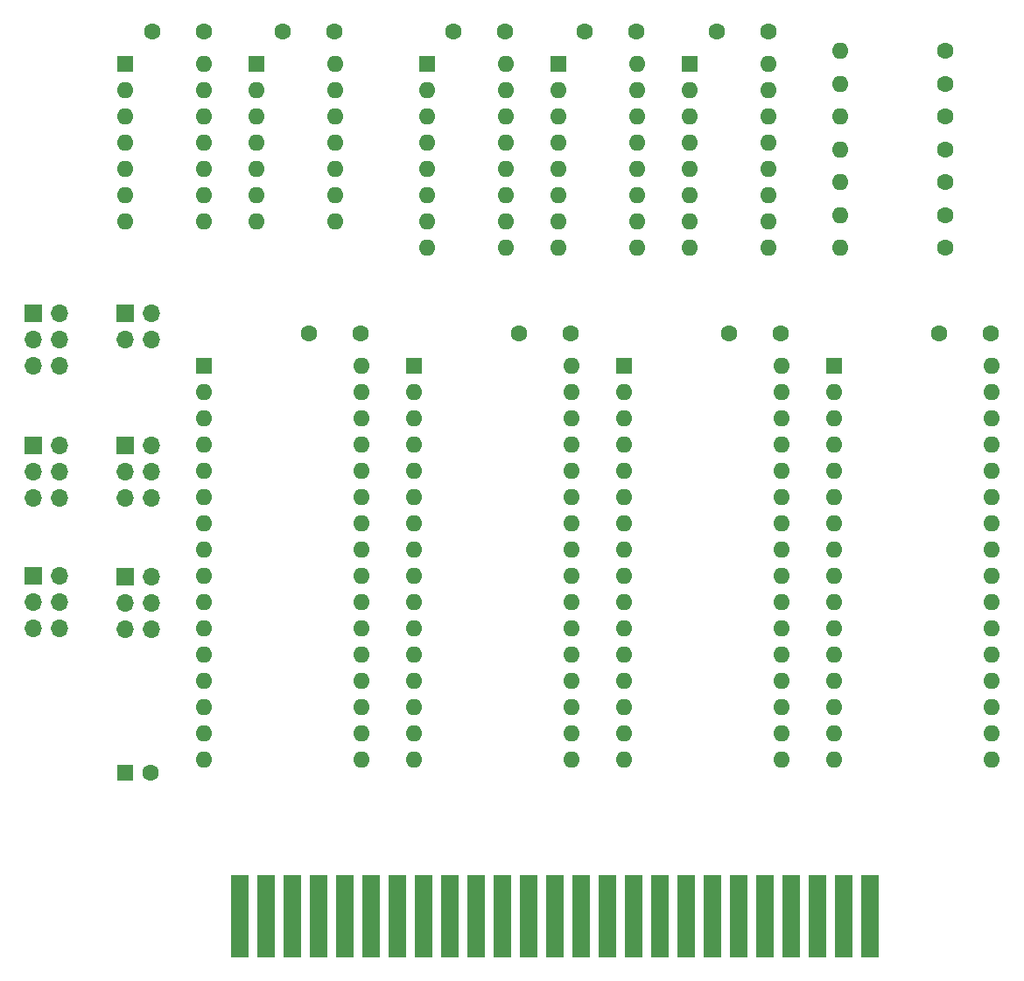
<source format=gbr>
%TF.GenerationSoftware,KiCad,Pcbnew,(7.0.0)*%
%TF.CreationDate,2023-04-19T13:17:30+09:00*%
%TF.ProjectId,project4,70726f6a-6563-4743-942e-6b696361645f,1.5*%
%TF.SameCoordinates,Original*%
%TF.FileFunction,Soldermask,Bot*%
%TF.FilePolarity,Negative*%
%FSLAX46Y46*%
G04 Gerber Fmt 4.6, Leading zero omitted, Abs format (unit mm)*
G04 Created by KiCad (PCBNEW (7.0.0)) date 2023-04-19 13:17:30*
%MOMM*%
%LPD*%
G01*
G04 APERTURE LIST*
%ADD10R,1.600000X1.600000*%
%ADD11O,1.600000X1.600000*%
%ADD12R,1.700000X1.700000*%
%ADD13O,1.700000X1.700000*%
%ADD14C,1.600000*%
%ADD15R,1.700000X8.000000*%
G04 APERTURE END LIST*
D10*
%TO.C,U1*%
X110489999Y-92709999D03*
D11*
X110489999Y-95249999D03*
X110489999Y-97789999D03*
X110489999Y-100329999D03*
X110489999Y-102869999D03*
X110489999Y-105409999D03*
X110489999Y-107949999D03*
X110489999Y-110489999D03*
X110489999Y-113029999D03*
X110489999Y-115569999D03*
X110489999Y-118109999D03*
X110489999Y-120649999D03*
X110489999Y-123189999D03*
X110489999Y-125729999D03*
X110489999Y-128269999D03*
X110489999Y-130809999D03*
X125729999Y-130809999D03*
X125729999Y-128269999D03*
X125729999Y-125729999D03*
X125729999Y-123189999D03*
X125729999Y-120649999D03*
X125729999Y-118109999D03*
X125729999Y-115569999D03*
X125729999Y-113029999D03*
X125729999Y-110489999D03*
X125729999Y-107949999D03*
X125729999Y-105409999D03*
X125729999Y-102869999D03*
X125729999Y-100329999D03*
X125729999Y-97789999D03*
X125729999Y-95249999D03*
X125729999Y-92709999D03*
%TD*%
D12*
%TO.C,J2*%
X93974999Y-100344999D03*
D13*
X96514999Y-100344999D03*
X93974999Y-102884999D03*
X96514999Y-102884999D03*
X93974999Y-105424999D03*
X96514999Y-105424999D03*
%TD*%
D14*
%TO.C,R5*%
X182245000Y-62230000D03*
D11*
X172084999Y-62229999D03*
%TD*%
D14*
%TO.C,R6*%
X182245000Y-74930000D03*
D11*
X172084999Y-74929999D03*
%TD*%
D14*
%TO.C,C4*%
X186610000Y-89535000D03*
X181610000Y-89535000D03*
%TD*%
D10*
%TO.C,U5*%
X132069999Y-63499999D03*
D11*
X132069999Y-66039999D03*
X132069999Y-68579999D03*
X132069999Y-71119999D03*
X132069999Y-73659999D03*
X132069999Y-76199999D03*
X132069999Y-78739999D03*
X132069999Y-81279999D03*
X139689999Y-81279999D03*
X139689999Y-78739999D03*
X139689999Y-76199999D03*
X139689999Y-73659999D03*
X139689999Y-71119999D03*
X139689999Y-68579999D03*
X139689999Y-66039999D03*
X139689999Y-63499999D03*
%TD*%
D14*
%TO.C,R1*%
X182245000Y-68580000D03*
D11*
X172084999Y-68579999D03*
%TD*%
D10*
%TO.C,U9*%
X157479999Y-63499999D03*
D11*
X157479999Y-66039999D03*
X157479999Y-68579999D03*
X157479999Y-71119999D03*
X157479999Y-73659999D03*
X157479999Y-76199999D03*
X157479999Y-78739999D03*
X157479999Y-81279999D03*
X165099999Y-81279999D03*
X165099999Y-78739999D03*
X165099999Y-76199999D03*
X165099999Y-73659999D03*
X165099999Y-71119999D03*
X165099999Y-68579999D03*
X165099999Y-66039999D03*
X165099999Y-63499999D03*
%TD*%
D14*
%TO.C,R7*%
X182245000Y-71755000D03*
D11*
X172084999Y-71754999D03*
%TD*%
D12*
%TO.C,J1*%
X93974999Y-87624999D03*
D13*
X96514999Y-87624999D03*
X93974999Y-90164999D03*
X96514999Y-90164999D03*
X93974999Y-92704999D03*
X96514999Y-92704999D03*
%TD*%
D12*
%TO.C,J5*%
X102864999Y-113044999D03*
D13*
X105404999Y-113044999D03*
X102864999Y-115584999D03*
X105404999Y-115584999D03*
X102864999Y-118124999D03*
X105404999Y-118124999D03*
%TD*%
D12*
%TO.C,J6*%
X102864999Y-87624999D03*
D13*
X105404999Y-87624999D03*
X102864999Y-90164999D03*
X105404999Y-90164999D03*
%TD*%
D14*
%TO.C,C8*%
X152360000Y-60325000D03*
X147360000Y-60325000D03*
%TD*%
%TO.C,C2*%
X145970000Y-89535000D03*
X140970000Y-89535000D03*
%TD*%
%TO.C,R3*%
X182245000Y-65405000D03*
D11*
X172084999Y-65404999D03*
%TD*%
D15*
%TO.C,CE1*%
X174909839Y-145940788D03*
X172369839Y-145940788D03*
X169829839Y-145940788D03*
X167289839Y-145940788D03*
X164749839Y-145940788D03*
X162209839Y-145940788D03*
X159669839Y-145940788D03*
X157129839Y-145940788D03*
X154589839Y-145940788D03*
X152049839Y-145940788D03*
X149509839Y-145940788D03*
X146969839Y-145940788D03*
X144429839Y-145940788D03*
X141889839Y-145940788D03*
X139349839Y-145940788D03*
X136809839Y-145940788D03*
X134269839Y-145940788D03*
X131729839Y-145940788D03*
X129189839Y-145940788D03*
X126649839Y-145940788D03*
X124109839Y-145940788D03*
X121569839Y-145940788D03*
X119029839Y-145940788D03*
X116489839Y-145940788D03*
X113949839Y-145940788D03*
%TD*%
D14*
%TO.C,C6*%
X110490000Y-60325000D03*
X105490000Y-60325000D03*
%TD*%
D10*
%TO.C,U7*%
X115579999Y-63494999D03*
D11*
X115579999Y-66034999D03*
X115579999Y-68574999D03*
X115579999Y-71114999D03*
X115579999Y-73654999D03*
X115579999Y-76194999D03*
X115579999Y-78734999D03*
X123199999Y-78734999D03*
X123199999Y-76194999D03*
X123199999Y-73654999D03*
X123199999Y-71114999D03*
X123199999Y-68574999D03*
X123199999Y-66034999D03*
X123199999Y-63494999D03*
%TD*%
D14*
%TO.C,C3*%
X166290000Y-89535000D03*
X161290000Y-89535000D03*
%TD*%
D10*
%TO.C,U2*%
X130809999Y-92709999D03*
D11*
X130809999Y-95249999D03*
X130809999Y-97789999D03*
X130809999Y-100329999D03*
X130809999Y-102869999D03*
X130809999Y-105409999D03*
X130809999Y-107949999D03*
X130809999Y-110489999D03*
X130809999Y-113029999D03*
X130809999Y-115569999D03*
X130809999Y-118109999D03*
X130809999Y-120649999D03*
X130809999Y-123189999D03*
X130809999Y-125729999D03*
X130809999Y-128269999D03*
X130809999Y-130809999D03*
X146049999Y-130809999D03*
X146049999Y-128269999D03*
X146049999Y-125729999D03*
X146049999Y-123189999D03*
X146049999Y-120649999D03*
X146049999Y-118109999D03*
X146049999Y-115569999D03*
X146049999Y-113029999D03*
X146049999Y-110489999D03*
X146049999Y-107949999D03*
X146049999Y-105409999D03*
X146049999Y-102869999D03*
X146049999Y-100329999D03*
X146049999Y-97789999D03*
X146049999Y-95249999D03*
X146049999Y-92709999D03*
%TD*%
D14*
%TO.C,R4*%
X182245000Y-78105000D03*
D11*
X172084999Y-78104999D03*
%TD*%
D10*
%TO.C,U3*%
X151129999Y-92709999D03*
D11*
X151129999Y-95249999D03*
X151129999Y-97789999D03*
X151129999Y-100329999D03*
X151129999Y-102869999D03*
X151129999Y-105409999D03*
X151129999Y-107949999D03*
X151129999Y-110489999D03*
X151129999Y-113029999D03*
X151129999Y-115569999D03*
X151129999Y-118109999D03*
X151129999Y-120649999D03*
X151129999Y-123189999D03*
X151129999Y-125729999D03*
X151129999Y-128269999D03*
X151129999Y-130809999D03*
X166369999Y-130809999D03*
X166369999Y-128269999D03*
X166369999Y-125729999D03*
X166369999Y-123189999D03*
X166369999Y-120649999D03*
X166369999Y-118109999D03*
X166369999Y-115569999D03*
X166369999Y-113029999D03*
X166369999Y-110489999D03*
X166369999Y-107949999D03*
X166369999Y-105409999D03*
X166369999Y-102869999D03*
X166369999Y-100329999D03*
X166369999Y-97789999D03*
X166369999Y-95249999D03*
X166369999Y-92709999D03*
%TD*%
D10*
%TO.C,U6*%
X102869999Y-63499999D03*
D11*
X102869999Y-66039999D03*
X102869999Y-68579999D03*
X102869999Y-71119999D03*
X102869999Y-73659999D03*
X102869999Y-76199999D03*
X102869999Y-78739999D03*
X110489999Y-78739999D03*
X110489999Y-76199999D03*
X110489999Y-73659999D03*
X110489999Y-71119999D03*
X110489999Y-68579999D03*
X110489999Y-66039999D03*
X110489999Y-63499999D03*
%TD*%
D12*
%TO.C,J3*%
X102864999Y-100344999D03*
D13*
X105404999Y-100344999D03*
X102864999Y-102884999D03*
X105404999Y-102884999D03*
X102864999Y-105424999D03*
X105404999Y-105424999D03*
%TD*%
D10*
%TO.C,U8*%
X144779999Y-63499999D03*
D11*
X144779999Y-66039999D03*
X144779999Y-68579999D03*
X144779999Y-71119999D03*
X144779999Y-73659999D03*
X144779999Y-76199999D03*
X144779999Y-78739999D03*
X144779999Y-81279999D03*
X152399999Y-81279999D03*
X152399999Y-78739999D03*
X152399999Y-76199999D03*
X152399999Y-73659999D03*
X152399999Y-71119999D03*
X152399999Y-68579999D03*
X152399999Y-66039999D03*
X152399999Y-63499999D03*
%TD*%
D14*
%TO.C,C9*%
X165100000Y-60325000D03*
X160100000Y-60325000D03*
%TD*%
%TO.C,C1*%
X125650000Y-89535000D03*
X120650000Y-89535000D03*
%TD*%
%TO.C,R2*%
X182245000Y-81280000D03*
D11*
X172084999Y-81279999D03*
%TD*%
D12*
%TO.C,J4*%
X93974999Y-113029999D03*
D13*
X96514999Y-113029999D03*
X93974999Y-115569999D03*
X96514999Y-115569999D03*
X93974999Y-118109999D03*
X96514999Y-118109999D03*
%TD*%
D14*
%TO.C,C5*%
X139660000Y-60325000D03*
X134660000Y-60325000D03*
%TD*%
D10*
%TO.C,U4*%
X171449999Y-92709999D03*
D11*
X171449999Y-95249999D03*
X171449999Y-97789999D03*
X171449999Y-100329999D03*
X171449999Y-102869999D03*
X171449999Y-105409999D03*
X171449999Y-107949999D03*
X171449999Y-110489999D03*
X171449999Y-113029999D03*
X171449999Y-115569999D03*
X171449999Y-118109999D03*
X171449999Y-120649999D03*
X171449999Y-123189999D03*
X171449999Y-125729999D03*
X171449999Y-128269999D03*
X171449999Y-130809999D03*
X186689999Y-130809999D03*
X186689999Y-128269999D03*
X186689999Y-125729999D03*
X186689999Y-123189999D03*
X186689999Y-120649999D03*
X186689999Y-118109999D03*
X186689999Y-115569999D03*
X186689999Y-113029999D03*
X186689999Y-110489999D03*
X186689999Y-107949999D03*
X186689999Y-105409999D03*
X186689999Y-102869999D03*
X186689999Y-100329999D03*
X186689999Y-97789999D03*
X186689999Y-95249999D03*
X186689999Y-92709999D03*
%TD*%
D14*
%TO.C,C7*%
X123150000Y-60325000D03*
X118150000Y-60325000D03*
%TD*%
D10*
%TO.C,C10*%
X102869999Y-132079999D03*
D14*
X105370000Y-132080000D03*
%TD*%
M02*

</source>
